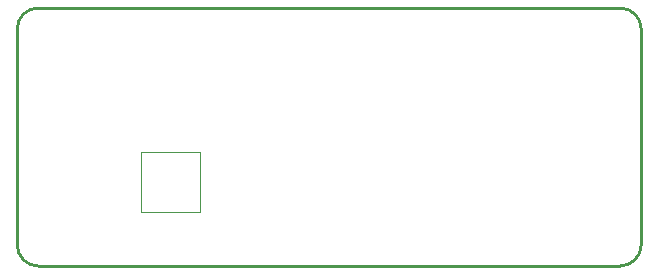
<source format=gm1>
G04*
G04 #@! TF.GenerationSoftware,Altium Limited,Altium Designer,21.2.1 (34)*
G04*
G04 Layer_Color=16711935*
%FSLAX25Y25*%
%MOIN*%
G70*
G04*
G04 #@! TF.SameCoordinates,24BC1A3A-2B15-4BCB-8D07-746B5B0C7B57*
G04*
G04*
G04 #@! TF.FilePolarity,Positive*
G04*
G01*
G75*
%ADD14C,0.01000*%
%ADD75C,0.00000*%
D14*
X7000Y43000D02*
G03*
X0Y36000I0J-7000D01*
G01*
X208000D02*
G03*
X201000Y43000I-7000J0D01*
G01*
Y-43000D02*
G03*
X208000Y-36000I0J7000D01*
G01*
X0D02*
G03*
X7000Y-43000I7000J0D01*
G01*
X0Y-36000D02*
Y36000D01*
X7000Y-43000D02*
X201000D01*
X208000Y-36000D02*
Y36000D01*
X7000Y43000D02*
X201000D01*
D75*
X41150Y-5150D02*
X60850D01*
Y-24850D02*
Y-5150D01*
X41150Y-24850D02*
X60850D01*
X41150D02*
Y-5150D01*
X56305Y-24850D02*
X57506D01*
X56305D02*
X57506D01*
X54337D02*
X55537D01*
X54337D02*
X55537D01*
X52368D02*
X53569D01*
X52368D02*
X53569D01*
X50400D02*
X51600D01*
X50400D02*
X51600D01*
X48432D02*
X49632D01*
X48432D02*
X49632D01*
X46463D02*
X47663D01*
X46463D02*
X47663D01*
X44495D02*
X45695D01*
X44495D02*
X45695D01*
X41150Y-21506D02*
Y-20305D01*
Y-21506D02*
Y-20305D01*
Y-19537D02*
Y-18337D01*
Y-19537D02*
Y-18337D01*
Y-17569D02*
Y-16368D01*
Y-17569D02*
Y-16368D01*
Y-15600D02*
Y-14400D01*
Y-15600D02*
Y-14400D01*
Y-13632D02*
Y-12432D01*
Y-13632D02*
Y-12432D01*
Y-11663D02*
Y-10463D01*
Y-11663D02*
Y-10463D01*
Y-9695D02*
Y-8495D01*
Y-9695D02*
Y-8495D01*
X44495Y-5150D02*
X45695D01*
X44495D02*
X45695D01*
X46463D02*
X47663D01*
X46463D02*
X47663D01*
X48432D02*
X49632D01*
X48432D02*
X49632D01*
X50400D02*
X51600D01*
X50400D02*
X51600D01*
X52368D02*
X53569D01*
X52368D02*
X53569D01*
X54337D02*
X55537D01*
X54337D02*
X55537D01*
X56305D02*
X57506D01*
X56305D02*
X57506D01*
X60850Y-9695D02*
Y-8495D01*
Y-9695D02*
Y-8495D01*
Y-11663D02*
Y-10463D01*
Y-11663D02*
Y-10463D01*
Y-13632D02*
Y-12432D01*
Y-13632D02*
Y-12432D01*
Y-15600D02*
Y-14400D01*
Y-15600D02*
Y-14400D01*
Y-17569D02*
Y-16368D01*
Y-17569D02*
Y-16368D01*
Y-19537D02*
Y-18337D01*
Y-19537D02*
Y-18337D01*
Y-21506D02*
Y-20305D01*
Y-21506D02*
Y-20305D01*
M02*

</source>
